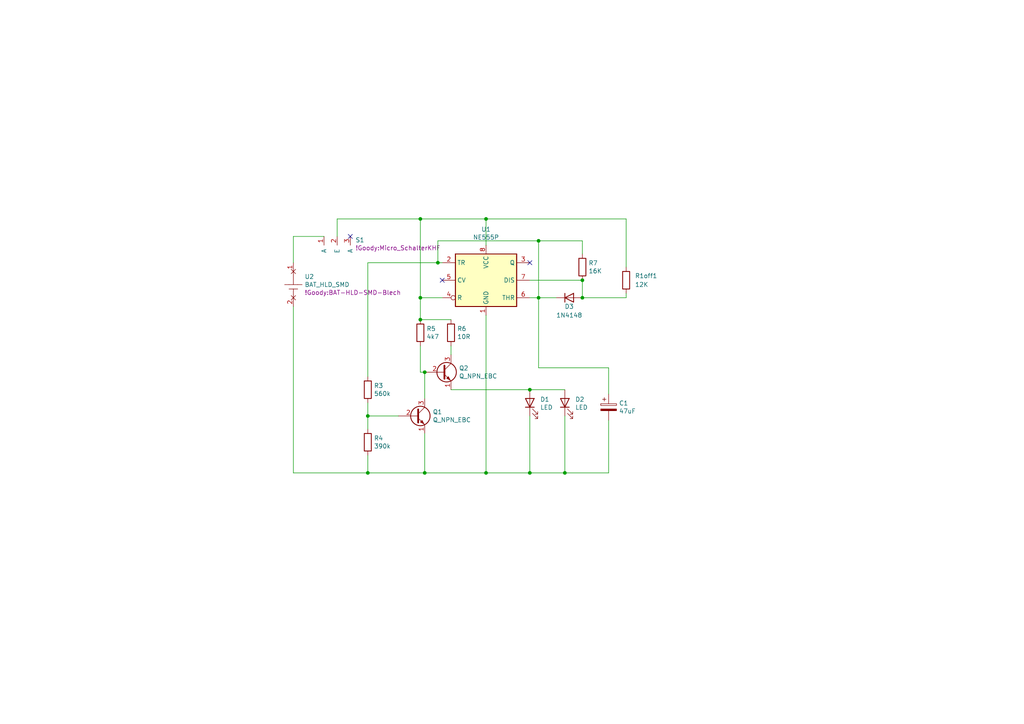
<source format=kicad_sch>
(kicad_sch
	(version 20250114)
	(generator "eeschema")
	(generator_version "9.0")
	(uuid "004a114b-763c-47f7-874a-3c38660de890")
	(paper "A4")
	(lib_symbols
		(symbol "!Goody:BAT_HLD_SMD"
			(pin_names
				(offset 1.016)
			)
			(exclude_from_sim no)
			(in_bom yes)
			(on_board yes)
			(property "Reference" "U"
				(at -5.08 0 0)
				(effects
					(font
						(size 1.27 1.27)
					)
				)
			)
			(property "Value" "BAT_HLD_SMD"
				(at -10.16 3.81 0)
				(effects
					(font
						(size 1.27 1.27)
					)
				)
			)
			(property "Footprint" "KHF_LIB:BAT-HLD-SMD"
				(at -15.24 6.35 0)
				(effects
					(font
						(size 1.27 1.27)
					)
				)
			)
			(property "Datasheet" ""
				(at -5.08 0 0)
				(effects
					(font
						(size 1.27 1.27)
					)
					(hide yes)
				)
			)
			(property "Description" "2032 SMD"
				(at 0 0 0)
				(effects
					(font
						(size 1.27 1.27)
					)
					(hide yes)
				)
			)
			(symbol "BAT_HLD_SMD_0_1"
				(rectangle
					(start -1.27 0)
					(end -2.54 0)
					(stroke
						(width 0)
						(type solid)
					)
					(fill
						(type none)
					)
				)
				(rectangle
					(start -1.27 0)
					(end 1.27 0)
					(stroke
						(width 0)
						(type solid)
					)
					(fill
						(type none)
					)
				)
				(rectangle
					(start -1.27 -1.27)
					(end 1.27 -1.27)
					(stroke
						(width 0)
						(type solid)
					)
					(fill
						(type none)
					)
				)
				(polyline
					(pts
						(xy 0 0) (xy 0 3.81)
					)
					(stroke
						(width 0)
						(type solid)
					)
					(fill
						(type none)
					)
				)
				(polyline
					(pts
						(xy 0 -3.81) (xy 0 -1.27)
					)
					(stroke
						(width 0)
						(type solid)
					)
					(fill
						(type none)
					)
				)
				(polyline
					(pts
						(xy 1.27 0) (xy 2.54 0)
					)
					(stroke
						(width 0)
						(type solid)
					)
					(fill
						(type none)
					)
				)
			)
			(symbol "BAT_HLD_SMD_1_1"
				(pin power_out non_logic
					(at 0 6.35 270)
					(length 2.54)
					(name "~"
						(effects
							(font
								(size 1.27 1.27)
							)
						)
					)
					(number "1"
						(effects
							(font
								(size 1.27 1.27)
							)
						)
					)
				)
				(pin power_out non_logic
					(at 0 -6.35 90)
					(length 2.54)
					(name "~"
						(effects
							(font
								(size 1.27 1.27)
							)
						)
					)
					(number "2"
						(effects
							(font
								(size 1.27 1.27)
							)
						)
					)
				)
			)
			(embedded_fonts no)
		)
		(symbol "!Goody:ELKO"
			(pin_numbers
				(hide yes)
			)
			(pin_names
				(offset 0.254)
			)
			(exclude_from_sim no)
			(in_bom yes)
			(on_board yes)
			(property "Reference" "C"
				(at 0.635 2.54 0)
				(effects
					(font
						(size 1.27 1.27)
					)
					(justify left)
				)
			)
			(property "Value" "ELKO"
				(at 0.635 -2.54 0)
				(effects
					(font
						(size 1.27 1.27)
					)
					(justify left)
				)
			)
			(property "Footprint" ""
				(at 0.9652 -3.81 0)
				(effects
					(font
						(size 1.27 1.27)
					)
					(hide yes)
				)
			)
			(property "Datasheet" "~"
				(at 0 0 0)
				(effects
					(font
						(size 1.27 1.27)
					)
					(hide yes)
				)
			)
			(property "Description" "ELKO"
				(at 0 0 0)
				(effects
					(font
						(size 1.27 1.27)
					)
					(hide yes)
				)
			)
			(property "ki_keywords" "cap capacitor"
				(at 0 0 0)
				(effects
					(font
						(size 1.27 1.27)
					)
					(hide yes)
				)
			)
			(property "ki_fp_filters" "CP_*"
				(at 0 0 0)
				(effects
					(font
						(size 1.27 1.27)
					)
					(hide yes)
				)
			)
			(symbol "ELKO_0_1"
				(rectangle
					(start -2.286 0.508)
					(end 2.286 1.016)
					(stroke
						(width 0)
						(type solid)
					)
					(fill
						(type none)
					)
				)
				(polyline
					(pts
						(xy -1.778 2.286) (xy -0.762 2.286)
					)
					(stroke
						(width 0)
						(type solid)
					)
					(fill
						(type none)
					)
				)
				(polyline
					(pts
						(xy -1.27 2.794) (xy -1.27 1.778)
					)
					(stroke
						(width 0)
						(type solid)
					)
					(fill
						(type none)
					)
				)
				(rectangle
					(start 2.286 -0.508)
					(end -2.286 -1.016)
					(stroke
						(width 0)
						(type solid)
					)
					(fill
						(type outline)
					)
				)
			)
			(symbol "ELKO_1_1"
				(pin passive line
					(at 0 3.81 270)
					(length 2.794)
					(name "~"
						(effects
							(font
								(size 1.27 1.27)
							)
						)
					)
					(number "1"
						(effects
							(font
								(size 1.27 1.27)
							)
						)
					)
				)
				(pin passive line
					(at 0 -3.81 90)
					(length 2.794)
					(name "~"
						(effects
							(font
								(size 1.27 1.27)
							)
						)
					)
					(number "2"
						(effects
							(font
								(size 1.27 1.27)
							)
						)
					)
				)
			)
			(embedded_fonts no)
		)
		(symbol "!Goody:LED"
			(pin_numbers
				(hide yes)
			)
			(pin_names
				(offset 1.016)
				(hide yes)
			)
			(exclude_from_sim no)
			(in_bom yes)
			(on_board yes)
			(property "Reference" "D"
				(at 0 2.54 0)
				(effects
					(font
						(size 1.27 1.27)
					)
				)
			)
			(property "Value" "LED"
				(at 2.54 -2.54 90)
				(effects
					(font
						(size 1.27 1.27)
					)
				)
			)
			(property "Footprint" "LED_THT:LED_D5.0mm"
				(at 0 5.08 0)
				(effects
					(font
						(size 1.27 1.27)
					)
					(hide yes)
				)
			)
			(property "Datasheet" ""
				(at 0 -2.54 90)
				(effects
					(font
						(size 1.27 1.27)
					)
					(hide yes)
				)
			)
			(property "Description" "LED 5mm"
				(at 0 0 0)
				(effects
					(font
						(size 1.27 1.27)
					)
					(hide yes)
				)
			)
			(property "ki_fp_filters" "LED* LED_SMD:* LED_THT:*"
				(at 0 0 0)
				(effects
					(font
						(size 1.27 1.27)
					)
					(hide yes)
				)
			)
			(symbol "LED_0_1"
				(polyline
					(pts
						(xy 0 -3.81) (xy 0 -1.27)
					)
					(stroke
						(width 0)
						(type solid)
					)
					(fill
						(type none)
					)
				)
				(polyline
					(pts
						(xy 0.762 -4.318) (xy 2.286 -5.842) (xy 2.286 -5.08) (xy 2.286 -5.842) (xy 1.524 -5.842)
					)
					(stroke
						(width 0)
						(type solid)
					)
					(fill
						(type none)
					)
				)
				(polyline
					(pts
						(xy 0.762 -5.588) (xy 2.286 -7.112) (xy 2.286 -6.35) (xy 2.286 -7.112) (xy 1.524 -7.112)
					)
					(stroke
						(width 0)
						(type solid)
					)
					(fill
						(type none)
					)
				)
				(polyline
					(pts
						(xy 1.27 -1.27) (xy -1.27 -1.27) (xy 0 -3.81) (xy 1.27 -1.27)
					)
					(stroke
						(width 0.254)
						(type solid)
					)
					(fill
						(type none)
					)
				)
				(polyline
					(pts
						(xy 1.27 -3.81) (xy -1.27 -3.81)
					)
					(stroke
						(width 0.254)
						(type solid)
					)
					(fill
						(type none)
					)
				)
			)
			(symbol "LED_1_1"
				(pin passive line
					(at 0 1.27 270)
					(length 2.54)
					(name "A"
						(effects
							(font
								(size 1.27 1.27)
							)
						)
					)
					(number "2"
						(effects
							(font
								(size 1.27 1.27)
							)
						)
					)
				)
				(pin passive line
					(at 0 -6.35 90)
					(length 2.54)
					(name "K"
						(effects
							(font
								(size 1.27 1.27)
							)
						)
					)
					(number "1"
						(effects
							(font
								(size 1.27 1.27)
							)
						)
					)
				)
			)
			(embedded_fonts no)
		)
		(symbol "!Goody:Micro_Schalter"
			(pin_names
				(offset 1.016)
			)
			(exclude_from_sim no)
			(in_bom yes)
			(on_board yes)
			(property "Reference" "S"
				(at 0 0 0)
				(effects
					(font
						(size 1.27 1.27)
					)
				)
			)
			(property "Value" "Micro_Schalter"
				(at 0 5.08 0)
				(effects
					(font
						(size 1.27 1.27)
					)
					(hide yes)
				)
			)
			(property "Footprint" "KHF_LIB:Micro_SchalterKHF"
				(at 0 0 0)
				(effects
					(font
						(size 1.27 1.27)
					)
				)
			)
			(property "Datasheet" ""
				(at 0 0 0)
				(effects
					(font
						(size 1.27 1.27)
					)
					(hide yes)
				)
			)
			(property "Description" "Micro_Schalter"
				(at 0 0 0)
				(effects
					(font
						(size 1.27 1.27)
					)
					(hide yes)
				)
			)
			(symbol "Micro_Schalter_1_1"
				(pin passive line
					(at -3.81 -2.54 270)
					(length 2.54)
					(name "A"
						(effects
							(font
								(size 1.27 1.27)
							)
						)
					)
					(number "1"
						(effects
							(font
								(size 1.27 1.27)
							)
						)
					)
				)
				(pin passive line
					(at 0 -2.54 270)
					(length 2.54)
					(name "E"
						(effects
							(font
								(size 1.27 1.27)
							)
						)
					)
					(number "2"
						(effects
							(font
								(size 1.27 1.27)
							)
						)
					)
				)
				(pin passive line
					(at 3.81 -2.54 270)
					(length 2.54)
					(name "A"
						(effects
							(font
								(size 1.27 1.27)
							)
						)
					)
					(number "3"
						(effects
							(font
								(size 1.27 1.27)
							)
						)
					)
				)
			)
			(embedded_fonts no)
		)
		(symbol "!Goody:R"
			(pin_numbers
				(hide yes)
			)
			(pin_names
				(offset 0)
			)
			(exclude_from_sim no)
			(in_bom yes)
			(on_board yes)
			(property "Reference" "R"
				(at 2.032 0 90)
				(effects
					(font
						(size 1.27 1.27)
					)
				)
			)
			(property "Value" "R"
				(at 0 0 90)
				(effects
					(font
						(size 1.27 1.27)
					)
				)
			)
			(property "Footprint" "Resistor_THT:R_Axial_DIN0411_L9.9mm_D3.6mm_P12.70mm_Horizontal"
				(at -1.778 0 90)
				(effects
					(font
						(size 1.27 1.27)
					)
					(hide yes)
				)
			)
			(property "Datasheet" "~"
				(at 0 0 0)
				(effects
					(font
						(size 1.27 1.27)
					)
					(hide yes)
				)
			)
			(property "Description" "Resistor"
				(at 0 0 0)
				(effects
					(font
						(size 1.27 1.27)
					)
					(hide yes)
				)
			)
			(property "ki_keywords" "R res resistor"
				(at 0 0 0)
				(effects
					(font
						(size 1.27 1.27)
					)
					(hide yes)
				)
			)
			(property "ki_fp_filters" "R_*"
				(at 0 0 0)
				(effects
					(font
						(size 1.27 1.27)
					)
					(hide yes)
				)
			)
			(symbol "R_0_1"
				(rectangle
					(start -1.016 -2.54)
					(end 1.016 2.54)
					(stroke
						(width 0.254)
						(type solid)
					)
					(fill
						(type none)
					)
				)
			)
			(symbol "R_1_1"
				(pin passive line
					(at 0 3.81 270)
					(length 1.27)
					(name "~"
						(effects
							(font
								(size 1.27 1.27)
							)
						)
					)
					(number "1"
						(effects
							(font
								(size 1.27 1.27)
							)
						)
					)
				)
				(pin passive line
					(at 0 -3.81 90)
					(length 1.27)
					(name "~"
						(effects
							(font
								(size 1.27 1.27)
							)
						)
					)
					(number "2"
						(effects
							(font
								(size 1.27 1.27)
							)
						)
					)
				)
			)
			(embedded_fonts no)
		)
		(symbol "Device:Q_NPN_EBC"
			(pin_names
				(offset 0)
				(hide yes)
			)
			(exclude_from_sim no)
			(in_bom yes)
			(on_board yes)
			(property "Reference" "Q"
				(at 5.08 1.27 0)
				(effects
					(font
						(size 1.27 1.27)
					)
					(justify left)
				)
			)
			(property "Value" "Q_NPN_EBC"
				(at 5.08 -1.27 0)
				(effects
					(font
						(size 1.27 1.27)
					)
					(justify left)
				)
			)
			(property "Footprint" ""
				(at 5.08 2.54 0)
				(effects
					(font
						(size 1.27 1.27)
					)
					(hide yes)
				)
			)
			(property "Datasheet" "~"
				(at 0 0 0)
				(effects
					(font
						(size 1.27 1.27)
					)
					(hide yes)
				)
			)
			(property "Description" "NPN transistor, emitter/base/collector"
				(at 0 0 0)
				(effects
					(font
						(size 1.27 1.27)
					)
					(hide yes)
				)
			)
			(property "ki_keywords" "transistor NPN"
				(at 0 0 0)
				(effects
					(font
						(size 1.27 1.27)
					)
					(hide yes)
				)
			)
			(symbol "Q_NPN_EBC_0_1"
				(polyline
					(pts
						(xy 0.635 1.905) (xy 0.635 -1.905) (xy 0.635 -1.905)
					)
					(stroke
						(width 0.508)
						(type default)
					)
					(fill
						(type none)
					)
				)
				(polyline
					(pts
						(xy 0.635 0.635) (xy 2.54 2.54)
					)
					(stroke
						(width 0)
						(type default)
					)
					(fill
						(type none)
					)
				)
				(polyline
					(pts
						(xy 0.635 -0.635) (xy 2.54 -2.54) (xy 2.54 -2.54)
					)
					(stroke
						(width 0)
						(type default)
					)
					(fill
						(type none)
					)
				)
				(circle
					(center 1.27 0)
					(radius 2.8194)
					(stroke
						(width 0.254)
						(type default)
					)
					(fill
						(type none)
					)
				)
				(polyline
					(pts
						(xy 1.27 -1.778) (xy 1.778 -1.27) (xy 2.286 -2.286) (xy 1.27 -1.778) (xy 1.27 -1.778)
					)
					(stroke
						(width 0)
						(type default)
					)
					(fill
						(type outline)
					)
				)
			)
			(symbol "Q_NPN_EBC_1_1"
				(pin passive line
					(at -5.08 0 0)
					(length 5.715)
					(name "B"
						(effects
							(font
								(size 1.27 1.27)
							)
						)
					)
					(number "2"
						(effects
							(font
								(size 1.27 1.27)
							)
						)
					)
				)
				(pin passive line
					(at 2.54 5.08 270)
					(length 2.54)
					(name "C"
						(effects
							(font
								(size 1.27 1.27)
							)
						)
					)
					(number "3"
						(effects
							(font
								(size 1.27 1.27)
							)
						)
					)
				)
				(pin passive line
					(at 2.54 -5.08 90)
					(length 2.54)
					(name "E"
						(effects
							(font
								(size 1.27 1.27)
							)
						)
					)
					(number "1"
						(effects
							(font
								(size 1.27 1.27)
							)
						)
					)
				)
			)
			(embedded_fonts no)
		)
		(symbol "Diode:1N4148"
			(pin_numbers
				(hide yes)
			)
			(pin_names
				(hide yes)
			)
			(exclude_from_sim no)
			(in_bom yes)
			(on_board yes)
			(property "Reference" "D"
				(at 0 2.54 0)
				(effects
					(font
						(size 1.27 1.27)
					)
				)
			)
			(property "Value" "1N4148"
				(at 0 -2.54 0)
				(effects
					(font
						(size 1.27 1.27)
					)
				)
			)
			(property "Footprint" "Diode_THT:D_DO-35_SOD27_P7.62mm_Horizontal"
				(at 0 0 0)
				(effects
					(font
						(size 1.27 1.27)
					)
					(hide yes)
				)
			)
			(property "Datasheet" "https://assets.nexperia.com/documents/data-sheet/1N4148_1N4448.pdf"
				(at 0 0 0)
				(effects
					(font
						(size 1.27 1.27)
					)
					(hide yes)
				)
			)
			(property "Description" "100V 0.15A standard switching diode, DO-35"
				(at 0 0 0)
				(effects
					(font
						(size 1.27 1.27)
					)
					(hide yes)
				)
			)
			(property "Sim.Device" "D"
				(at 0 0 0)
				(effects
					(font
						(size 1.27 1.27)
					)
					(hide yes)
				)
			)
			(property "Sim.Pins" "1=K 2=A"
				(at 0 0 0)
				(effects
					(font
						(size 1.27 1.27)
					)
					(hide yes)
				)
			)
			(property "ki_keywords" "diode"
				(at 0 0 0)
				(effects
					(font
						(size 1.27 1.27)
					)
					(hide yes)
				)
			)
			(property "ki_fp_filters" "D*DO?35*"
				(at 0 0 0)
				(effects
					(font
						(size 1.27 1.27)
					)
					(hide yes)
				)
			)
			(symbol "1N4148_0_1"
				(polyline
					(pts
						(xy -1.27 1.27) (xy -1.27 -1.27)
					)
					(stroke
						(width 0.254)
						(type default)
					)
					(fill
						(type none)
					)
				)
				(polyline
					(pts
						(xy 1.27 1.27) (xy 1.27 -1.27) (xy -1.27 0) (xy 1.27 1.27)
					)
					(stroke
						(width 0.254)
						(type default)
					)
					(fill
						(type none)
					)
				)
				(polyline
					(pts
						(xy 1.27 0) (xy -1.27 0)
					)
					(stroke
						(width 0)
						(type default)
					)
					(fill
						(type none)
					)
				)
			)
			(symbol "1N4148_1_1"
				(pin passive line
					(at -3.81 0 0)
					(length 2.54)
					(name "K"
						(effects
							(font
								(size 1.27 1.27)
							)
						)
					)
					(number "1"
						(effects
							(font
								(size 1.27 1.27)
							)
						)
					)
				)
				(pin passive line
					(at 3.81 0 180)
					(length 2.54)
					(name "A"
						(effects
							(font
								(size 1.27 1.27)
							)
						)
					)
					(number "2"
						(effects
							(font
								(size 1.27 1.27)
							)
						)
					)
				)
			)
			(embedded_fonts no)
		)
		(symbol "Timer:NE555P"
			(exclude_from_sim no)
			(in_bom yes)
			(on_board yes)
			(property "Reference" "U"
				(at -10.16 8.89 0)
				(effects
					(font
						(size 1.27 1.27)
					)
					(justify left)
				)
			)
			(property "Value" "NE555P"
				(at 2.54 8.89 0)
				(effects
					(font
						(size 1.27 1.27)
					)
					(justify left)
				)
			)
			(property "Footprint" "Package_DIP:DIP-8_W7.62mm"
				(at 16.51 -10.16 0)
				(effects
					(font
						(size 1.27 1.27)
					)
					(hide yes)
				)
			)
			(property "Datasheet" "http://www.ti.com/lit/ds/symlink/ne555.pdf"
				(at 21.59 -10.16 0)
				(effects
					(font
						(size 1.27 1.27)
					)
					(hide yes)
				)
			)
			(property "Description" "Precision Timers, 555 compatible,  PDIP-8"
				(at 0 0 0)
				(effects
					(font
						(size 1.27 1.27)
					)
					(hide yes)
				)
			)
			(property "ki_keywords" "single timer 555"
				(at 0 0 0)
				(effects
					(font
						(size 1.27 1.27)
					)
					(hide yes)
				)
			)
			(property "ki_fp_filters" "DIP*W7.62mm*"
				(at 0 0 0)
				(effects
					(font
						(size 1.27 1.27)
					)
					(hide yes)
				)
			)
			(symbol "NE555P_0_0"
				(pin power_in line
					(at 0 10.16 270)
					(length 2.54)
					(name "VCC"
						(effects
							(font
								(size 1.27 1.27)
							)
						)
					)
					(number "8"
						(effects
							(font
								(size 1.27 1.27)
							)
						)
					)
				)
				(pin power_in line
					(at 0 -10.16 90)
					(length 2.54)
					(name "GND"
						(effects
							(font
								(size 1.27 1.27)
							)
						)
					)
					(number "1"
						(effects
							(font
								(size 1.27 1.27)
							)
						)
					)
				)
			)
			(symbol "NE555P_0_1"
				(rectangle
					(start -8.89 -7.62)
					(end 8.89 7.62)
					(stroke
						(width 0.254)
						(type default)
					)
					(fill
						(type background)
					)
				)
				(rectangle
					(start -8.89 -7.62)
					(end 8.89 7.62)
					(stroke
						(width 0.254)
						(type default)
					)
					(fill
						(type background)
					)
				)
			)
			(symbol "NE555P_1_1"
				(pin input line
					(at -12.7 5.08 0)
					(length 3.81)
					(name "TR"
						(effects
							(font
								(size 1.27 1.27)
							)
						)
					)
					(number "2"
						(effects
							(font
								(size 1.27 1.27)
							)
						)
					)
				)
				(pin input line
					(at -12.7 0 0)
					(length 3.81)
					(name "CV"
						(effects
							(font
								(size 1.27 1.27)
							)
						)
					)
					(number "5"
						(effects
							(font
								(size 1.27 1.27)
							)
						)
					)
				)
				(pin input inverted
					(at -12.7 -5.08 0)
					(length 3.81)
					(name "R"
						(effects
							(font
								(size 1.27 1.27)
							)
						)
					)
					(number "4"
						(effects
							(font
								(size 1.27 1.27)
							)
						)
					)
				)
				(pin output line
					(at 12.7 5.08 180)
					(length 3.81)
					(name "Q"
						(effects
							(font
								(size 1.27 1.27)
							)
						)
					)
					(number "3"
						(effects
							(font
								(size 1.27 1.27)
							)
						)
					)
				)
				(pin input line
					(at 12.7 0 180)
					(length 3.81)
					(name "DIS"
						(effects
							(font
								(size 1.27 1.27)
							)
						)
					)
					(number "7"
						(effects
							(font
								(size 1.27 1.27)
							)
						)
					)
				)
				(pin input line
					(at 12.7 -5.08 180)
					(length 3.81)
					(name "THR"
						(effects
							(font
								(size 1.27 1.27)
							)
						)
					)
					(number "6"
						(effects
							(font
								(size 1.27 1.27)
							)
						)
					)
				)
			)
			(embedded_fonts no)
		)
	)
	(junction
		(at 123.19 137.16)
		(diameter 0)
		(color 0 0 0 0)
		(uuid "04ade0c1-0a59-44cb-a44c-aa842c81d92a")
	)
	(junction
		(at 156.21 69.85)
		(diameter 0)
		(color 0 0 0 0)
		(uuid "597af22f-bc74-4a2d-adc0-9e7d4139fee1")
	)
	(junction
		(at 153.67 113.03)
		(diameter 0)
		(color 0 0 0 0)
		(uuid "60a17944-fc48-4e51-8ded-2445266b29b7")
	)
	(junction
		(at 168.91 86.36)
		(diameter 0)
		(color 0 0 0 0)
		(uuid "6166ade2-0f32-4d79-8a56-f26e1f100971")
	)
	(junction
		(at 127 76.2)
		(diameter 0)
		(color 0 0 0 0)
		(uuid "6e7c2161-3fe6-4b17-9d40-cd2f040e701c")
	)
	(junction
		(at 121.92 63.5)
		(diameter 0)
		(color 0 0 0 0)
		(uuid "8c047333-0366-4efc-8199-6180576d74e7")
	)
	(junction
		(at 121.92 92.71)
		(diameter 0)
		(color 0 0 0 0)
		(uuid "8dc583dd-c374-4475-8c5c-8905a457abaf")
	)
	(junction
		(at 140.97 63.5)
		(diameter 0)
		(color 0 0 0 0)
		(uuid "a66d91f5-35de-4f49-9a4e-459308ea0578")
	)
	(junction
		(at 168.91 81.28)
		(diameter 0)
		(color 0 0 0 0)
		(uuid "b05ddde5-7d3f-477c-9787-9d663929786c")
	)
	(junction
		(at 106.68 120.65)
		(diameter 0)
		(color 0 0 0 0)
		(uuid "b4064a5f-eefa-41d4-8cde-a547e203e8ee")
	)
	(junction
		(at 156.21 86.36)
		(diameter 0)
		(color 0 0 0 0)
		(uuid "bcdb6de6-e1ca-4c18-ae1b-f50e473ea798")
	)
	(junction
		(at 123.19 107.95)
		(diameter 0)
		(color 0 0 0 0)
		(uuid "c16c5592-cd41-43d8-9271-055838c000ba")
	)
	(junction
		(at 153.67 137.16)
		(diameter 0)
		(color 0 0 0 0)
		(uuid "cbe916e4-bb5e-4d49-9e8b-fcaa64f5d345")
	)
	(junction
		(at 163.83 137.16)
		(diameter 0)
		(color 0 0 0 0)
		(uuid "d97288d6-3b63-47ed-b1e5-6e52e70edc88")
	)
	(junction
		(at 121.92 86.36)
		(diameter 0)
		(color 0 0 0 0)
		(uuid "daedb542-e490-4267-aa84-99f91342277a")
	)
	(junction
		(at 140.97 137.16)
		(diameter 0)
		(color 0 0 0 0)
		(uuid "e1a0befe-4c94-479e-ba4b-13733fe66cee")
	)
	(junction
		(at 106.68 137.16)
		(diameter 0)
		(color 0 0 0 0)
		(uuid "eaccd883-3d6a-47ed-861d-ed2ea6281236")
	)
	(no_connect
		(at 101.6 68.58)
		(uuid "31b30559-4e45-47c7-a9c2-7f0fb08308df")
	)
	(no_connect
		(at 128.27 81.28)
		(uuid "592b67ae-7641-42e6-9922-25000448531c")
	)
	(no_connect
		(at 153.67 76.2)
		(uuid "9165f96e-b17a-4a5d-a35f-9426fe028894")
	)
	(wire
		(pts
			(xy 140.97 63.5) (xy 140.97 71.12)
		)
		(stroke
			(width 0)
			(type default)
		)
		(uuid "027c2379-7fec-4173-97f5-b15a22e09486")
	)
	(wire
		(pts
			(xy 106.68 76.2) (xy 127 76.2)
		)
		(stroke
			(width 0)
			(type default)
		)
		(uuid "0d7fede4-fe15-42f8-94da-fa06e4fe5160")
	)
	(wire
		(pts
			(xy 153.67 120.65) (xy 153.67 137.16)
		)
		(stroke
			(width 0)
			(type default)
		)
		(uuid "122b2ad3-d9a4-45fd-94e6-0fe677e9e844")
	)
	(wire
		(pts
			(xy 156.21 106.68) (xy 176.53 106.68)
		)
		(stroke
			(width 0)
			(type default)
		)
		(uuid "152e0002-21d0-436b-bf12-c3e9b645876a")
	)
	(wire
		(pts
			(xy 130.81 92.71) (xy 121.92 92.71)
		)
		(stroke
			(width 0)
			(type default)
		)
		(uuid "3642aee7-37cb-4854-9659-1762cafb904d")
	)
	(wire
		(pts
			(xy 156.21 86.36) (xy 153.67 86.36)
		)
		(stroke
			(width 0)
			(type default)
		)
		(uuid "37821fe9-1a7f-4bfe-b9c6-5e49cd76c909")
	)
	(wire
		(pts
			(xy 168.91 73.66) (xy 168.91 69.85)
		)
		(stroke
			(width 0)
			(type default)
		)
		(uuid "4943a89a-b3cd-4c81-99aa-c80986bdd63c")
	)
	(wire
		(pts
			(xy 130.81 102.87) (xy 130.81 100.33)
		)
		(stroke
			(width 0)
			(type default)
		)
		(uuid "4ede7ea3-b89e-4e98-ae43-f2a9d1fd05c6")
	)
	(wire
		(pts
			(xy 176.53 121.92) (xy 176.53 137.16)
		)
		(stroke
			(width 0)
			(type default)
		)
		(uuid "508558f6-eb22-4f17-8f8c-d22a27c94700")
	)
	(wire
		(pts
			(xy 168.91 81.28) (xy 168.91 86.36)
		)
		(stroke
			(width 0)
			(type default)
		)
		(uuid "51147df6-c218-4e86-9485-ce2fe309fa2b")
	)
	(wire
		(pts
			(xy 153.67 81.28) (xy 168.91 81.28)
		)
		(stroke
			(width 0)
			(type default)
		)
		(uuid "57a57b76-3fc5-4fdc-8cb4-e4b3f3f47c6f")
	)
	(wire
		(pts
			(xy 153.67 113.03) (xy 163.83 113.03)
		)
		(stroke
			(width 0)
			(type default)
		)
		(uuid "5d5138f3-4a76-4df9-ba30-a3acda3da7c3")
	)
	(wire
		(pts
			(xy 85.09 76.2) (xy 85.09 68.58)
		)
		(stroke
			(width 0)
			(type default)
		)
		(uuid "5ea5365a-7c1e-42d6-8530-c4be8279ab34")
	)
	(wire
		(pts
			(xy 123.19 137.16) (xy 140.97 137.16)
		)
		(stroke
			(width 0)
			(type default)
		)
		(uuid "6aa377b0-0ea2-4b1f-bf05-998bb4f6a895")
	)
	(wire
		(pts
			(xy 153.67 113.03) (xy 130.81 113.03)
		)
		(stroke
			(width 0)
			(type default)
		)
		(uuid "6d1f3453-4118-4760-8790-25d4d9aef1dc")
	)
	(wire
		(pts
			(xy 85.09 68.58) (xy 93.98 68.58)
		)
		(stroke
			(width 0)
			(type default)
		)
		(uuid "6f852b32-c5cf-448e-bbd2-87100f05e80c")
	)
	(wire
		(pts
			(xy 181.61 63.5) (xy 181.61 77.47)
		)
		(stroke
			(width 0)
			(type default)
		)
		(uuid "737d92ff-268a-40ef-802a-200202957ccb")
	)
	(wire
		(pts
			(xy 128.27 86.36) (xy 121.92 86.36)
		)
		(stroke
			(width 0)
			(type default)
		)
		(uuid "751543a3-bbc9-407e-a4d4-bf0de4c0485e")
	)
	(wire
		(pts
			(xy 156.21 86.36) (xy 156.21 106.68)
		)
		(stroke
			(width 0)
			(type default)
		)
		(uuid "75d0f918-3b92-4760-973c-9b9939031e01")
	)
	(wire
		(pts
			(xy 156.21 69.85) (xy 127 69.85)
		)
		(stroke
			(width 0)
			(type default)
		)
		(uuid "7869b8bf-00a7-4ac1-8d85-4e1ccb06e391")
	)
	(wire
		(pts
			(xy 106.68 132.08) (xy 106.68 137.16)
		)
		(stroke
			(width 0)
			(type default)
		)
		(uuid "7ee7aa61-f3f3-4439-af0d-ff693ea3a409")
	)
	(wire
		(pts
			(xy 168.91 69.85) (xy 156.21 69.85)
		)
		(stroke
			(width 0)
			(type default)
		)
		(uuid "80bac872-1c51-4933-9cab-ce641441ed0b")
	)
	(wire
		(pts
			(xy 106.68 137.16) (xy 123.19 137.16)
		)
		(stroke
			(width 0)
			(type default)
		)
		(uuid "81e73e47-4b0b-452c-9f87-834cf18b6a01")
	)
	(wire
		(pts
			(xy 161.29 86.36) (xy 156.21 86.36)
		)
		(stroke
			(width 0)
			(type default)
		)
		(uuid "831315ac-ac93-4c43-8e7a-940afc0501fc")
	)
	(wire
		(pts
			(xy 163.83 137.16) (xy 163.83 120.65)
		)
		(stroke
			(width 0)
			(type default)
		)
		(uuid "8e6e9f37-4309-47dd-be8c-372e5f47d119")
	)
	(wire
		(pts
			(xy 127 69.85) (xy 127 76.2)
		)
		(stroke
			(width 0)
			(type default)
		)
		(uuid "9472729c-9dbe-4d8e-a775-d76d56572800")
	)
	(wire
		(pts
			(xy 85.09 88.9) (xy 85.09 137.16)
		)
		(stroke
			(width 0)
			(type default)
		)
		(uuid "973616f0-ea62-42b2-b9f8-20b1f9c52067")
	)
	(wire
		(pts
			(xy 121.92 86.36) (xy 121.92 63.5)
		)
		(stroke
			(width 0)
			(type default)
		)
		(uuid "9b820c3c-ee4c-45ea-b0f9-6d81cfcac7af")
	)
	(wire
		(pts
			(xy 121.92 107.95) (xy 123.19 107.95)
		)
		(stroke
			(width 0)
			(type default)
		)
		(uuid "a0929f5b-64b3-4a1f-ac9f-70db16e7f58e")
	)
	(wire
		(pts
			(xy 127 76.2) (xy 128.27 76.2)
		)
		(stroke
			(width 0)
			(type default)
		)
		(uuid "a1b725f4-5901-427f-adf1-2e2f1d6b6454")
	)
	(wire
		(pts
			(xy 121.92 92.71) (xy 121.92 86.36)
		)
		(stroke
			(width 0)
			(type default)
		)
		(uuid "a5eb7677-8a04-4ee2-bd55-2fdc02efeeb1")
	)
	(wire
		(pts
			(xy 176.53 106.68) (xy 176.53 114.3)
		)
		(stroke
			(width 0)
			(type default)
		)
		(uuid "a7e382d6-1c9f-4e0d-8d25-e65391c6960b")
	)
	(wire
		(pts
			(xy 123.19 125.73) (xy 123.19 137.16)
		)
		(stroke
			(width 0)
			(type default)
		)
		(uuid "b42728f8-bec3-4cab-aba1-c0794bf23a73")
	)
	(wire
		(pts
			(xy 115.57 120.65) (xy 106.68 120.65)
		)
		(stroke
			(width 0)
			(type default)
		)
		(uuid "b5bb7a21-fc89-4bb6-8101-bf3704e310df")
	)
	(wire
		(pts
			(xy 106.68 76.2) (xy 106.68 109.22)
		)
		(stroke
			(width 0)
			(type default)
		)
		(uuid "b6f17773-e108-4579-9caa-934d793b2895")
	)
	(wire
		(pts
			(xy 123.19 107.95) (xy 123.19 115.57)
		)
		(stroke
			(width 0)
			(type default)
		)
		(uuid "bb135445-8129-47ee-b3f8-d2a0c0de3daa")
	)
	(wire
		(pts
			(xy 140.97 137.16) (xy 153.67 137.16)
		)
		(stroke
			(width 0)
			(type default)
		)
		(uuid "be102d6c-3176-49a1-ad82-a2f2521975cf")
	)
	(wire
		(pts
			(xy 176.53 137.16) (xy 163.83 137.16)
		)
		(stroke
			(width 0)
			(type default)
		)
		(uuid "c3593ff5-25b6-4f90-a51c-5cb2d36e82e9")
	)
	(wire
		(pts
			(xy 106.68 124.46) (xy 106.68 120.65)
		)
		(stroke
			(width 0)
			(type default)
		)
		(uuid "d2067601-1116-42dc-8c50-11aa27d5e17a")
	)
	(wire
		(pts
			(xy 97.79 68.58) (xy 97.79 63.5)
		)
		(stroke
			(width 0)
			(type default)
		)
		(uuid "d599d1a6-7cf6-4340-a5dc-1fd41b7c7c35")
	)
	(wire
		(pts
			(xy 85.09 137.16) (xy 106.68 137.16)
		)
		(stroke
			(width 0)
			(type default)
		)
		(uuid "da08e8b5-f1b1-4335-aa32-18a0f1cf6ce4")
	)
	(wire
		(pts
			(xy 106.68 120.65) (xy 106.68 116.84)
		)
		(stroke
			(width 0)
			(type default)
		)
		(uuid "dfc54677-d28c-4798-a7a1-496fc8f500e2")
	)
	(wire
		(pts
			(xy 168.91 86.36) (xy 181.61 86.36)
		)
		(stroke
			(width 0)
			(type default)
		)
		(uuid "ebc2d505-04f6-48d7-998c-c443ab853275")
	)
	(wire
		(pts
			(xy 156.21 86.36) (xy 156.21 69.85)
		)
		(stroke
			(width 0)
			(type default)
		)
		(uuid "eca911c4-df2d-4e6e-91c4-b684b7efdddf")
	)
	(wire
		(pts
			(xy 140.97 63.5) (xy 181.61 63.5)
		)
		(stroke
			(width 0)
			(type default)
		)
		(uuid "f1ab6f32-da5b-488e-a594-92a5e698d15e")
	)
	(wire
		(pts
			(xy 121.92 63.5) (xy 140.97 63.5)
		)
		(stroke
			(width 0)
			(type default)
		)
		(uuid "f2047991-3d8a-4312-a9e7-66b470182c69")
	)
	(wire
		(pts
			(xy 97.79 63.5) (xy 121.92 63.5)
		)
		(stroke
			(width 0)
			(type default)
		)
		(uuid "f32f6e00-8e77-4314-b8a4-39625cde9a2c")
	)
	(wire
		(pts
			(xy 153.67 137.16) (xy 163.83 137.16)
		)
		(stroke
			(width 0)
			(type default)
		)
		(uuid "f8360ecc-5714-4f28-93cf-9c8f71523a94")
	)
	(wire
		(pts
			(xy 181.61 86.36) (xy 181.61 85.09)
		)
		(stroke
			(width 0)
			(type default)
		)
		(uuid "fb49200c-3cf1-45d9-a7b9-961e1ce80941")
	)
	(wire
		(pts
			(xy 140.97 91.44) (xy 140.97 137.16)
		)
		(stroke
			(width 0)
			(type default)
		)
		(uuid "fc484f38-78f3-4b30-b22f-554625c252df")
	)
	(wire
		(pts
			(xy 121.92 100.33) (xy 121.92 107.95)
		)
		(stroke
			(width 0)
			(type default)
		)
		(uuid "fd6e04ab-e0d5-4b30-a34d-2e340e03a702")
	)
	(symbol
		(lib_id "Timer:NE555P")
		(at 140.97 81.28 0)
		(unit 1)
		(exclude_from_sim no)
		(in_bom yes)
		(on_board yes)
		(dnp no)
		(uuid "00000000-0000-0000-0000-000064f9f70a")
		(property "Reference" "U1"
			(at 140.97 66.5226 0)
			(effects
				(font
					(size 1.27 1.27)
				)
			)
		)
		(property "Value" "NE555P"
			(at 140.97 68.834 0)
			(effects
				(font
					(size 1.27 1.27)
				)
			)
		)
		(property "Footprint" "Package_DIP:DIP-8_W7.62mm"
			(at 157.48 91.44 0)
			(effects
				(font
					(size 1.27 1.27)
				)
				(hide yes)
			)
		)
		(property "Datasheet" "http://www.ti.com/lit/ds/symlink/ne555.pdf"
			(at 162.56 91.44 0)
			(effects
				(font
					(size 1.27 1.27)
				)
				(hide yes)
			)
		)
		(property "Description" ""
			(at 140.97 81.28 0)
			(effects
				(font
					(size 1.27 1.27)
				)
			)
		)
		(pin "1"
			(uuid "74da7e86-810c-4641-9c88-6b7d5313d3b5")
		)
		(pin "8"
			(uuid "82781818-99dc-4d08-85d7-46dded14e09e")
		)
		(pin "2"
			(uuid "e62b6303-9aaf-44ae-bc70-322bdb6f96e7")
		)
		(pin "3"
			(uuid "cfc6f40a-2cec-48b5-8729-2e11e2055231")
		)
		(pin "4"
			(uuid "c98748ed-9613-4c27-8435-867b0ff98bbf")
		)
		(pin "5"
			(uuid "57bd1888-210c-4a43-84a5-a5601f71e698")
		)
		(pin "6"
			(uuid "540247ba-b4f2-492e-a559-48d695fc28f0")
		)
		(pin "7"
			(uuid "2bdc23b6-88b7-41ca-a97d-0666bc8e85f3")
		)
		(instances
			(project "Pinguin"
				(path "/004a114b-763c-47f7-874a-3c38660de890"
					(reference "U1")
					(unit 1)
				)
			)
		)
	)
	(symbol
		(lib_id "Diode:1N4148")
		(at 165.1 86.36 0)
		(unit 1)
		(exclude_from_sim no)
		(in_bom yes)
		(on_board yes)
		(dnp no)
		(uuid "00000000-0000-0000-0000-000064f9ff5a")
		(property "Reference" "D3"
			(at 165.1 88.9 0)
			(effects
				(font
					(size 1.27 1.27)
				)
			)
		)
		(property "Value" "1N4148"
			(at 165.1 91.44 0)
			(effects
				(font
					(size 1.27 1.27)
				)
			)
		)
		(property "Footprint" "!Goody:1N4147_P7.62mm_Horizontal"
			(at 165.1 90.805 0)
			(effects
				(font
					(size 1.27 1.27)
				)
				(hide yes)
			)
		)
		(property "Datasheet" "https://assets.nexperia.com/documents/data-sheet/1N4148_1N4448.pdf"
			(at 165.1 86.36 0)
			(effects
				(font
					(size 1.27 1.27)
				)
				(hide yes)
			)
		)
		(property "Description" ""
			(at 165.1 86.36 0)
			(effects
				(font
					(size 1.27 1.27)
				)
			)
		)
		(pin "1"
			(uuid "37370d77-697d-4bff-856b-4c6fd6f27aad")
		)
		(pin "2"
			(uuid "5d51d78e-13d8-47d3-bce1-f9e20a41291d")
		)
		(instances
			(project "Pinguin"
				(path "/004a114b-763c-47f7-874a-3c38660de890"
					(reference "D3")
					(unit 1)
				)
			)
		)
	)
	(symbol
		(lib_id "!Goody:ELKO")
		(at 176.53 118.11 0)
		(unit 1)
		(exclude_from_sim no)
		(in_bom yes)
		(on_board yes)
		(dnp no)
		(uuid "00000000-0000-0000-0000-000064fa140e")
		(property "Reference" "C1"
			(at 179.5272 116.9416 0)
			(effects
				(font
					(size 1.27 1.27)
				)
				(justify left)
			)
		)
		(property "Value" "47uF"
			(at 179.5272 119.253 0)
			(effects
				(font
					(size 1.27 1.27)
				)
				(justify left)
			)
		)
		(property "Footprint" "Capacitor_THT:CP_Radial_D6.3mm_P2.50mm"
			(at 177.4952 121.92 0)
			(effects
				(font
					(size 1.27 1.27)
				)
				(hide yes)
			)
		)
		(property "Datasheet" "~"
			(at 176.53 118.11 0)
			(effects
				(font
					(size 1.27 1.27)
				)
				(hide yes)
			)
		)
		(property "Description" ""
			(at 176.53 118.11 0)
			(effects
				(font
					(size 1.27 1.27)
				)
			)
		)
		(pin "1"
			(uuid "cc7a2b9e-36bf-494c-b880-a2ffc6e74bbc")
		)
		(pin "2"
			(uuid "45431d58-9c01-4cc0-86e1-4d5348bf4fa6")
		)
		(instances
			(project "Pinguin"
				(path "/004a114b-763c-47f7-874a-3c38660de890"
					(reference "C1")
					(unit 1)
				)
			)
		)
	)
	(symbol
		(lib_id "!Goody:R")
		(at 106.68 113.03 0)
		(unit 1)
		(exclude_from_sim no)
		(in_bom yes)
		(on_board yes)
		(dnp no)
		(uuid "00000000-0000-0000-0000-000064fa24a9")
		(property "Reference" "R3"
			(at 108.458 111.8616 0)
			(effects
				(font
					(size 1.27 1.27)
				)
				(justify left)
			)
		)
		(property "Value" "560k"
			(at 108.458 114.173 0)
			(effects
				(font
					(size 1.27 1.27)
				)
				(justify left)
			)
		)
		(property "Footprint" "Resistor_THT:R_Axial_DIN0207_L6.3mm_D2.5mm_P10.16mm_Horizontal"
			(at 104.902 113.03 90)
			(effects
				(font
					(size 1.27 1.27)
				)
				(hide yes)
			)
		)
		(property "Datasheet" "~"
			(at 106.68 113.03 0)
			(effects
				(font
					(size 1.27 1.27)
				)
				(hide yes)
			)
		)
		(property "Description" ""
			(at 106.68 113.03 0)
			(effects
				(font
					(size 1.27 1.27)
				)
			)
		)
		(pin "1"
			(uuid "37da9d2a-80cf-433d-8cb0-19a026ff6e1c")
		)
		(pin "2"
			(uuid "b8ab7582-e1b8-474b-8862-15918d7429a9")
		)
		(instances
			(project "Pinguin"
				(path "/004a114b-763c-47f7-874a-3c38660de890"
					(reference "R3")
					(unit 1)
				)
			)
		)
	)
	(symbol
		(lib_id "!Goody:R")
		(at 106.68 128.27 0)
		(unit 1)
		(exclude_from_sim no)
		(in_bom yes)
		(on_board yes)
		(dnp no)
		(uuid "00000000-0000-0000-0000-000064fa3399")
		(property "Reference" "R4"
			(at 108.458 127.1016 0)
			(effects
				(font
					(size 1.27 1.27)
				)
				(justify left)
			)
		)
		(property "Value" "390k"
			(at 108.458 129.413 0)
			(effects
				(font
					(size 1.27 1.27)
				)
				(justify left)
			)
		)
		(property "Footprint" "Resistor_THT:R_Axial_DIN0207_L6.3mm_D2.5mm_P10.16mm_Horizontal"
			(at 104.902 128.27 90)
			(effects
				(font
					(size 1.27 1.27)
				)
				(hide yes)
			)
		)
		(property "Datasheet" "~"
			(at 106.68 128.27 0)
			(effects
				(font
					(size 1.27 1.27)
				)
				(hide yes)
			)
		)
		(property "Description" ""
			(at 106.68 128.27 0)
			(effects
				(font
					(size 1.27 1.27)
				)
			)
		)
		(pin "1"
			(uuid "1e55646e-c817-4cc3-ba2e-1d9c73a2fbd9")
		)
		(pin "2"
			(uuid "f66c6906-8a08-4a63-a484-fd25b36fcd8d")
		)
		(instances
			(project "Pinguin"
				(path "/004a114b-763c-47f7-874a-3c38660de890"
					(reference "R4")
					(unit 1)
				)
			)
		)
	)
	(symbol
		(lib_id "Device:Q_NPN_EBC")
		(at 120.65 120.65 0)
		(unit 1)
		(exclude_from_sim no)
		(in_bom yes)
		(on_board yes)
		(dnp no)
		(uuid "00000000-0000-0000-0000-000064fa371b")
		(property "Reference" "Q1"
			(at 125.5014 119.4816 0)
			(effects
				(font
					(size 1.27 1.27)
				)
				(justify left)
			)
		)
		(property "Value" "Q_NPN_EBC"
			(at 125.5014 121.793 0)
			(effects
				(font
					(size 1.27 1.27)
				)
				(justify left)
			)
		)
		(property "Footprint" "!Goody:TO-92L_Wide"
			(at 125.73 118.11 0)
			(effects
				(font
					(size 1.27 1.27)
				)
				(hide yes)
			)
		)
		(property "Datasheet" "~"
			(at 120.65 120.65 0)
			(effects
				(font
					(size 1.27 1.27)
				)
				(hide yes)
			)
		)
		(property "Description" ""
			(at 120.65 120.65 0)
			(effects
				(font
					(size 1.27 1.27)
				)
			)
		)
		(pin "1"
			(uuid "7fa41cff-a3c9-4ad9-8563-eb01d0b7978a")
		)
		(pin "2"
			(uuid "91373526-9628-48a1-bbc2-ffb32b960ef3")
		)
		(pin "3"
			(uuid "b895d414-5d55-4657-9e61-51dca46af7d4")
		)
		(instances
			(project "Pinguin"
				(path "/004a114b-763c-47f7-874a-3c38660de890"
					(reference "Q1")
					(unit 1)
				)
			)
		)
	)
	(symbol
		(lib_id "Device:Q_NPN_EBC")
		(at 128.27 107.95 0)
		(unit 1)
		(exclude_from_sim no)
		(in_bom yes)
		(on_board yes)
		(dnp no)
		(uuid "00000000-0000-0000-0000-000064fa3d42")
		(property "Reference" "Q2"
			(at 133.1214 106.7816 0)
			(effects
				(font
					(size 1.27 1.27)
				)
				(justify left)
			)
		)
		(property "Value" "Q_NPN_EBC"
			(at 133.1214 109.093 0)
			(effects
				(font
					(size 1.27 1.27)
				)
				(justify left)
			)
		)
		(property "Footprint" "!Goody:TO-92L_Wide"
			(at 133.35 105.41 0)
			(effects
				(font
					(size 1.27 1.27)
				)
				(hide yes)
			)
		)
		(property "Datasheet" "~"
			(at 128.27 107.95 0)
			(effects
				(font
					(size 1.27 1.27)
				)
				(hide yes)
			)
		)
		(property "Description" ""
			(at 128.27 107.95 0)
			(effects
				(font
					(size 1.27 1.27)
				)
			)
		)
		(pin "1"
			(uuid "0248ea93-9795-4051-ae34-71fa941321d5")
		)
		(pin "2"
			(uuid "99d8505e-12a1-4575-9cff-7c06b2d8e8c7")
		)
		(pin "3"
			(uuid "49d796b7-5ce5-4456-bcc8-e1d21dd373cf")
		)
		(instances
			(project "Pinguin"
				(path "/004a114b-763c-47f7-874a-3c38660de890"
					(reference "Q2")
					(unit 1)
				)
			)
		)
	)
	(symbol
		(lib_id "!Goody:LED")
		(at 153.67 114.3 0)
		(unit 1)
		(exclude_from_sim no)
		(in_bom yes)
		(on_board yes)
		(dnp no)
		(uuid "00000000-0000-0000-0000-000064fa754a")
		(property "Reference" "D1"
			(at 156.6672 115.8494 0)
			(effects
				(font
					(size 1.27 1.27)
				)
				(justify left)
			)
		)
		(property "Value" "LED"
			(at 156.6672 118.1608 0)
			(effects
				(font
					(size 1.27 1.27)
				)
				(justify left)
			)
		)
		(property "Footprint" "!Goody:LED_D3.0mm"
			(at 153.67 109.22 0)
			(effects
				(font
					(size 1.27 1.27)
				)
				(hide yes)
			)
		)
		(property "Datasheet" ""
			(at 153.67 116.84 90)
			(effects
				(font
					(size 1.27 1.27)
				)
				(hide yes)
			)
		)
		(property "Description" ""
			(at 153.67 114.3 0)
			(effects
				(font
					(size 1.27 1.27)
				)
			)
		)
		(pin "1"
			(uuid "f42ac44b-9d81-4601-8d06-84e94a9c39c2")
		)
		(pin "2"
			(uuid "f886767c-42c2-4d8b-8351-651c4df1c135")
		)
		(instances
			(project "Pinguin"
				(path "/004a114b-763c-47f7-874a-3c38660de890"
					(reference "D1")
					(unit 1)
				)
			)
		)
	)
	(symbol
		(lib_id "!Goody:LED")
		(at 163.83 114.3 0)
		(unit 1)
		(exclude_from_sim no)
		(in_bom yes)
		(on_board yes)
		(dnp no)
		(uuid "00000000-0000-0000-0000-000064fa7a13")
		(property "Reference" "D2"
			(at 166.8272 115.8494 0)
			(effects
				(font
					(size 1.27 1.27)
				)
				(justify left)
			)
		)
		(property "Value" "LED"
			(at 166.8272 118.1608 0)
			(effects
				(font
					(size 1.27 1.27)
				)
				(justify left)
			)
		)
		(property "Footprint" "!Goody:LED_D3.0mm"
			(at 163.83 109.22 0)
			(effects
				(font
					(size 1.27 1.27)
				)
				(hide yes)
			)
		)
		(property "Datasheet" ""
			(at 163.83 116.84 90)
			(effects
				(font
					(size 1.27 1.27)
				)
				(hide yes)
			)
		)
		(property "Description" ""
			(at 163.83 114.3 0)
			(effects
				(font
					(size 1.27 1.27)
				)
			)
		)
		(pin "1"
			(uuid "5bdbd98f-1ad2-44fb-bf76-316fe2444aea")
		)
		(pin "2"
			(uuid "b50a5ccc-c1cf-4fa2-868c-109d292d7a66")
		)
		(instances
			(project "Pinguin"
				(path "/004a114b-763c-47f7-874a-3c38660de890"
					(reference "D2")
					(unit 1)
				)
			)
		)
	)
	(symbol
		(lib_id "!Goody:BAT_HLD_SMD")
		(at 85.09 82.55 0)
		(unit 1)
		(exclude_from_sim no)
		(in_bom yes)
		(on_board yes)
		(dnp no)
		(uuid "00000000-0000-0000-0000-000064fa7ccc")
		(property "Reference" "U2"
			(at 88.3412 80.2386 0)
			(effects
				(font
					(size 1.27 1.27)
				)
				(justify left)
			)
		)
		(property "Value" "BAT_HLD_SMD"
			(at 88.3412 82.55 0)
			(effects
				(font
					(size 1.27 1.27)
				)
				(justify left)
			)
		)
		(property "Footprint" "!Goody:BAT-HLD-SMD-Blech"
			(at 88.3412 84.8614 0)
			(effects
				(font
					(size 1.27 1.27)
				)
				(justify left)
			)
		)
		(property "Datasheet" ""
			(at 80.01 82.55 0)
			(effects
				(font
					(size 1.27 1.27)
				)
				(hide yes)
			)
		)
		(property "Description" ""
			(at 85.09 82.55 0)
			(effects
				(font
					(size 1.27 1.27)
				)
			)
		)
		(pin "1"
			(uuid "f25eda0b-756a-431d-9307-6cf6a4c32c48")
		)
		(pin "2"
			(uuid "cbd90afc-db02-4a44-a685-e85dc1dbb84e")
		)
		(instances
			(project "Pinguin"
				(path "/004a114b-763c-47f7-874a-3c38660de890"
					(reference "U2")
					(unit 1)
				)
			)
		)
	)
	(symbol
		(lib_id "!Goody:Micro_Schalter")
		(at 97.79 66.04 0)
		(unit 1)
		(exclude_from_sim no)
		(in_bom yes)
		(on_board yes)
		(dnp no)
		(uuid "00000000-0000-0000-0000-000064fa8e01")
		(property "Reference" "S1"
			(at 103.0732 69.6214 0)
			(effects
				(font
					(size 1.27 1.27)
				)
				(justify left)
			)
		)
		(property "Value" "Micro_Schalter"
			(at 97.79 60.96 0)
			(effects
				(font
					(size 1.27 1.27)
				)
				(hide yes)
			)
		)
		(property "Footprint" "!Goody:Micro_SchalterKHF"
			(at 103.0732 71.9328 0)
			(effects
				(font
					(size 1.27 1.27)
				)
				(justify left)
			)
		)
		(property "Datasheet" ""
			(at 97.79 66.04 0)
			(effects
				(font
					(size 1.27 1.27)
				)
				(hide yes)
			)
		)
		(property "Description" ""
			(at 97.79 66.04 0)
			(effects
				(font
					(size 1.27 1.27)
				)
			)
		)
		(pin "1"
			(uuid "c3afef01-ba02-49c8-95d7-1778acbb1937")
		)
		(pin "2"
			(uuid "80d9a9c1-0ebd-46d8-8321-e61236ac320c")
		)
		(pin "3"
			(uuid "619da69a-e421-48f9-80fd-36017b65f181")
		)
		(instances
			(project "Pinguin"
				(path "/004a114b-763c-47f7-874a-3c38660de890"
					(reference "S1")
					(unit 1)
				)
			)
		)
	)
	(symbol
		(lib_id "!Goody:R")
		(at 130.81 96.52 0)
		(unit 1)
		(exclude_from_sim no)
		(in_bom yes)
		(on_board yes)
		(dnp no)
		(uuid "00000000-0000-0000-0000-000064fabe4c")
		(property "Reference" "R6"
			(at 132.588 95.3516 0)
			(effects
				(font
					(size 1.27 1.27)
				)
				(justify left)
			)
		)
		(property "Value" "10R"
			(at 132.588 97.663 0)
			(effects
				(font
					(size 1.27 1.27)
				)
				(justify left)
			)
		)
		(property "Footprint" "Resistor_THT:R_Axial_DIN0207_L6.3mm_D2.5mm_P10.16mm_Horizontal"
			(at 129.032 96.52 90)
			(effects
				(font
					(size 1.27 1.27)
				)
				(hide yes)
			)
		)
		(property "Datasheet" "~"
			(at 130.81 96.52 0)
			(effects
				(font
					(size 1.27 1.27)
				)
				(hide yes)
			)
		)
		(property "Description" ""
			(at 130.81 96.52 0)
			(effects
				(font
					(size 1.27 1.27)
				)
			)
		)
		(pin "1"
			(uuid "7fa17063-c1c2-48a0-b8f6-b06dddf6e620")
		)
		(pin "2"
			(uuid "f5cd1912-01e6-47a5-9306-70a02e47a69c")
		)
		(instances
			(project "Pinguin"
				(path "/004a114b-763c-47f7-874a-3c38660de890"
					(reference "R6")
					(unit 1)
				)
			)
		)
	)
	(symbol
		(lib_id "!Goody:R")
		(at 121.92 96.52 0)
		(unit 1)
		(exclude_from_sim no)
		(in_bom yes)
		(on_board yes)
		(dnp no)
		(uuid "00000000-0000-0000-0000-000064fbc7f7")
		(property "Reference" "R5"
			(at 123.698 95.3516 0)
			(effects
				(font
					(size 1.27 1.27)
				)
				(justify left)
			)
		)
		(property "Value" "4k7"
			(at 123.698 97.663 0)
			(effects
				(font
					(size 1.27 1.27)
				)
				(justify left)
			)
		)
		(property "Footprint" "Resistor_THT:R_Axial_DIN0207_L6.3mm_D2.5mm_P10.16mm_Horizontal"
			(at 120.142 96.52 90)
			(effects
				(font
					(size 1.27 1.27)
				)
				(hide yes)
			)
		)
		(property "Datasheet" "~"
			(at 121.92 96.52 0)
			(effects
				(font
					(size 1.27 1.27)
				)
				(hide yes)
			)
		)
		(property "Description" ""
			(at 121.92 96.52 0)
			(effects
				(font
					(size 1.27 1.27)
				)
			)
		)
		(pin "1"
			(uuid "6cc57605-88b7-48c5-b2d9-7faa9f2cb5a9")
		)
		(pin "2"
			(uuid "b70e8901-855b-4c0b-9c88-0886c104cdb1")
		)
		(instances
			(project "Pinguin"
				(path "/004a114b-763c-47f7-874a-3c38660de890"
					(reference "R5")
					(unit 1)
				)
			)
		)
	)
	(symbol
		(lib_id "!Goody:R")
		(at 168.91 77.47 0)
		(unit 1)
		(exclude_from_sim no)
		(in_bom yes)
		(on_board yes)
		(dnp no)
		(uuid "00000000-0000-0000-0000-0000652252de")
		(property "Reference" "R7"
			(at 170.688 76.3016 0)
			(effects
				(font
					(size 1.27 1.27)
				)
				(justify left)
			)
		)
		(property "Value" "16K"
			(at 170.688 78.613 0)
			(effects
				(font
					(size 1.27 1.27)
				)
				(justify left)
			)
		)
		(property "Footprint" "Resistor_THT:R_Axial_DIN0207_L6.3mm_D2.5mm_P10.16mm_Horizontal"
			(at 167.132 77.47 90)
			(effects
				(font
					(size 1.27 1.27)
				)
				(hide yes)
			)
		)
		(property "Datasheet" "~"
			(at 168.91 77.47 0)
			(effects
				(font
					(size 1.27 1.27)
				)
				(hide yes)
			)
		)
		(property "Description" ""
			(at 168.91 77.47 0)
			(effects
				(font
					(size 1.27 1.27)
				)
			)
		)
		(pin "1"
			(uuid "9c26ede6-94ad-4135-9317-f852d722d237")
		)
		(pin "2"
			(uuid "dd2074fc-009b-4cf1-a08c-ecff84b63f51")
		)
		(instances
			(project "Pinguin"
				(path "/004a114b-763c-47f7-874a-3c38660de890"
					(reference "R7")
					(unit 1)
				)
			)
		)
	)
	(symbol
		(lib_id "!Goody:R")
		(at 181.61 81.28 0)
		(unit 1)
		(exclude_from_sim no)
		(in_bom yes)
		(on_board yes)
		(dnp no)
		(fields_autoplaced yes)
		(uuid "195c4eee-54a3-4fc1-b9c1-5d5b0b87d634")
		(property "Reference" "R1off1"
			(at 184.15 80.01 0)
			(effects
				(font
					(size 1.27 1.27)
				)
				(justify left)
			)
		)
		(property "Value" "12K"
			(at 184.15 82.55 0)
			(effects
				(font
					(size 1.27 1.27)
				)
				(justify left)
			)
		)
		(property "Footprint" "Resistor_THT:R_Axial_DIN0207_L6.3mm_D2.5mm_P10.16mm_Horizontal"
			(at 179.832 81.28 90)
			(effects
				(font
					(size 1.27 1.27)
				)
				(hide yes)
			)
		)
		(property "Datasheet" "~"
			(at 181.61 81.28 0)
			(effects
				(font
					(size 1.27 1.27)
				)
				(hide yes)
			)
		)
		(property "Description" ""
			(at 181.61 81.28 0)
			(effects
				(font
					(size 1.27 1.27)
				)
			)
		)
		(pin "1"
			(uuid "b3788a46-4665-4a54-8ce0-0f098bef6310")
		)
		(pin "2"
			(uuid "8a441641-a24a-42e9-a536-4a4087b100c1")
		)
		(instances
			(project "Pinguin"
				(path "/004a114b-763c-47f7-874a-3c38660de890"
					(reference "R1off1")
					(unit 1)
				)
			)
		)
	)
	(sheet_instances
		(path "/"
			(page "1")
		)
	)
	(embedded_fonts no)
)

</source>
